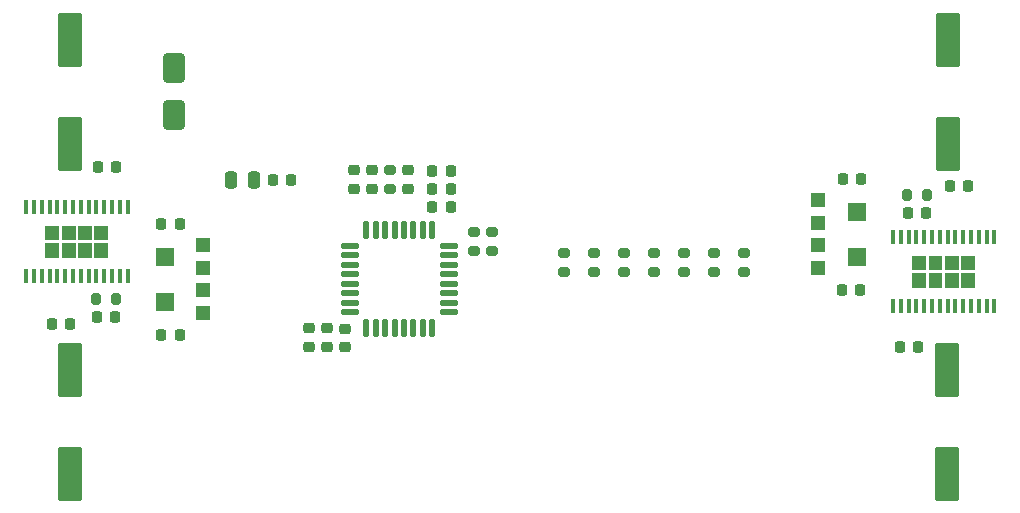
<source format=gbr>
%TF.GenerationSoftware,KiCad,Pcbnew,9.0.3*%
%TF.CreationDate,2025-10-17T11:05:45+02:00*%
%TF.ProjectId,PCB_Driver_Stepper,5043425f-4472-4697-9665-725f53746570,rev?*%
%TF.SameCoordinates,Original*%
%TF.FileFunction,Paste,Top*%
%TF.FilePolarity,Positive*%
%FSLAX46Y46*%
G04 Gerber Fmt 4.6, Leading zero omitted, Abs format (unit mm)*
G04 Created by KiCad (PCBNEW 9.0.3) date 2025-10-17 11:05:45*
%MOMM*%
%LPD*%
G01*
G04 APERTURE LIST*
G04 Aperture macros list*
%AMRoundRect*
0 Rectangle with rounded corners*
0 $1 Rounding radius*
0 $2 $3 $4 $5 $6 $7 $8 $9 X,Y pos of 4 corners*
0 Add a 4 corners polygon primitive as box body*
4,1,4,$2,$3,$4,$5,$6,$7,$8,$9,$2,$3,0*
0 Add four circle primitives for the rounded corners*
1,1,$1+$1,$2,$3*
1,1,$1+$1,$4,$5*
1,1,$1+$1,$6,$7*
1,1,$1+$1,$8,$9*
0 Add four rect primitives between the rounded corners*
20,1,$1+$1,$2,$3,$4,$5,0*
20,1,$1+$1,$4,$5,$6,$7,0*
20,1,$1+$1,$6,$7,$8,$9,0*
20,1,$1+$1,$8,$9,$2,$3,0*%
G04 Aperture macros list end*
%ADD10C,0.000000*%
%ADD11RoundRect,0.250000X-0.250000X-0.475000X0.250000X-0.475000X0.250000X0.475000X-0.250000X0.475000X0*%
%ADD12RoundRect,0.225000X-0.225000X-0.250000X0.225000X-0.250000X0.225000X0.250000X-0.225000X0.250000X0*%
%ADD13RoundRect,0.250001X0.799999X-2.049999X0.799999X2.049999X-0.799999X2.049999X-0.799999X-2.049999X0*%
%ADD14R,0.304800X1.219200*%
%ADD15RoundRect,0.225000X0.225000X0.250000X-0.225000X0.250000X-0.225000X-0.250000X0.225000X-0.250000X0*%
%ADD16RoundRect,0.225000X0.250000X-0.225000X0.250000X0.225000X-0.250000X0.225000X-0.250000X-0.225000X0*%
%ADD17RoundRect,0.250000X0.650000X-1.000000X0.650000X1.000000X-0.650000X1.000000X-0.650000X-1.000000X0*%
%ADD18R,1.200000X1.200000*%
%ADD19R,1.500000X1.600000*%
%ADD20RoundRect,0.200000X0.275000X-0.200000X0.275000X0.200000X-0.275000X0.200000X-0.275000X-0.200000X0*%
%ADD21RoundRect,0.250001X-0.799999X2.049999X-0.799999X-2.049999X0.799999X-2.049999X0.799999X2.049999X0*%
%ADD22RoundRect,0.200000X-0.275000X0.200000X-0.275000X-0.200000X0.275000X-0.200000X0.275000X0.200000X0*%
%ADD23RoundRect,0.125000X-0.125000X0.625000X-0.125000X-0.625000X0.125000X-0.625000X0.125000X0.625000X0*%
%ADD24RoundRect,0.125000X-0.625000X0.125000X-0.625000X-0.125000X0.625000X-0.125000X0.625000X0.125000X0*%
%ADD25RoundRect,0.200000X0.200000X0.275000X-0.200000X0.275000X-0.200000X-0.275000X0.200000X-0.275000X0*%
%ADD26RoundRect,0.200000X-0.200000X-0.275000X0.200000X-0.275000X0.200000X0.275000X-0.200000X0.275000X0*%
G04 APERTURE END LIST*
D10*
%TO.C,U401*%
G36*
X99212050Y-86025000D02*
G01*
X98034100Y-86025000D01*
X98034100Y-84777200D01*
X99212050Y-84777200D01*
X99212050Y-86025000D01*
G37*
G36*
X99212050Y-87472800D02*
G01*
X98034100Y-87472800D01*
X98034100Y-86225000D01*
X99212050Y-86225000D01*
X99212050Y-87472800D01*
G37*
G36*
X100590000Y-86025000D02*
G01*
X99412050Y-86025000D01*
X99412050Y-84777200D01*
X100590000Y-84777200D01*
X100590000Y-86025000D01*
G37*
G36*
X100590000Y-87472800D02*
G01*
X99412050Y-87472800D01*
X99412050Y-86225000D01*
X100590000Y-86225000D01*
X100590000Y-87472800D01*
G37*
G36*
X101967950Y-86025000D02*
G01*
X100790000Y-86025000D01*
X100790000Y-84777200D01*
X101967950Y-84777200D01*
X101967950Y-86025000D01*
G37*
G36*
X101967950Y-87472800D02*
G01*
X100790000Y-87472800D01*
X100790000Y-86225000D01*
X101967950Y-86225000D01*
X101967950Y-87472800D01*
G37*
G36*
X103345900Y-86025000D02*
G01*
X102167950Y-86025000D01*
X102167950Y-84777200D01*
X103345900Y-84777200D01*
X103345900Y-86025000D01*
G37*
G36*
X103345900Y-87472800D02*
G01*
X102167950Y-87472800D01*
X102167950Y-86225000D01*
X103345900Y-86225000D01*
X103345900Y-87472800D01*
G37*
%TO.C,U402*%
G36*
X172603450Y-88565000D02*
G01*
X171425500Y-88565000D01*
X171425500Y-87317200D01*
X172603450Y-87317200D01*
X172603450Y-88565000D01*
G37*
G36*
X172603450Y-90012800D02*
G01*
X171425500Y-90012800D01*
X171425500Y-88765000D01*
X172603450Y-88765000D01*
X172603450Y-90012800D01*
G37*
G36*
X173981400Y-88565000D02*
G01*
X172803450Y-88565000D01*
X172803450Y-87317200D01*
X173981400Y-87317200D01*
X173981400Y-88565000D01*
G37*
G36*
X173981400Y-90012800D02*
G01*
X172803450Y-90012800D01*
X172803450Y-88765000D01*
X173981400Y-88765000D01*
X173981400Y-90012800D01*
G37*
G36*
X175359350Y-88565000D02*
G01*
X174181400Y-88565000D01*
X174181400Y-87317200D01*
X175359350Y-87317200D01*
X175359350Y-88565000D01*
G37*
G36*
X175359350Y-90012800D02*
G01*
X174181400Y-90012800D01*
X174181400Y-88765000D01*
X175359350Y-88765000D01*
X175359350Y-90012800D01*
G37*
G36*
X176737300Y-88565000D02*
G01*
X175559350Y-88565000D01*
X175559350Y-87317200D01*
X176737300Y-87317200D01*
X176737300Y-88565000D01*
G37*
G36*
X176737300Y-90012800D02*
G01*
X175559350Y-90012800D01*
X175559350Y-88765000D01*
X176737300Y-88765000D01*
X176737300Y-90012800D01*
G37*
%TD*%
D11*
%TO.C,C201*%
X113771000Y-80913000D03*
X115671000Y-80913000D03*
%TD*%
D12*
%TO.C,C403*%
X107849000Y-84596000D03*
X109399000Y-84596000D03*
%TD*%
D13*
%TO.C,C411*%
X174477000Y-77825000D03*
X174477000Y-69025000D03*
%TD*%
D14*
%TO.C,U401*%
X96397400Y-89071400D03*
X97057800Y-89071400D03*
X97718200Y-89071400D03*
X98378600Y-89071400D03*
X99039000Y-89071400D03*
X99699400Y-89071400D03*
X100359800Y-89071400D03*
X101020200Y-89071400D03*
X101680600Y-89071400D03*
X102341000Y-89071400D03*
X103001400Y-89071400D03*
X103661800Y-89071400D03*
X104322200Y-89071400D03*
X104982600Y-89071400D03*
X104982600Y-83178600D03*
X104322200Y-83178600D03*
X103661800Y-83178600D03*
X103001400Y-83178600D03*
X102341000Y-83178600D03*
X101680600Y-83178600D03*
X101020200Y-83178600D03*
X100359800Y-83178600D03*
X99699400Y-83178600D03*
X99039000Y-83178600D03*
X98378600Y-83178600D03*
X97718200Y-83178600D03*
X97057800Y-83178600D03*
X96397400Y-83178600D03*
%TD*%
D15*
%TO.C,C404*%
X172585000Y-83728000D03*
X171035000Y-83728000D03*
%TD*%
D16*
%TO.C,C302*%
X123423000Y-95036000D03*
X123423000Y-93486000D03*
%TD*%
D17*
%TO.C,D201*%
X108945000Y-75420000D03*
X108945000Y-71420000D03*
%TD*%
D18*
%TO.C,RV403*%
X163480000Y-82585000D03*
D19*
X166730000Y-83585000D03*
D18*
X163480000Y-84585000D03*
%TD*%
%TO.C,RV401*%
X111380000Y-92200000D03*
D19*
X108130000Y-91200000D03*
D18*
X111380000Y-90200000D03*
%TD*%
D20*
%TO.C,R308*%
X147045000Y-88723000D03*
X147045000Y-87073000D03*
%TD*%
D12*
%TO.C,C412*%
X174591000Y-81442000D03*
X176141000Y-81442000D03*
%TD*%
D20*
%TO.C,R303*%
X135869000Y-86945000D03*
X135869000Y-85295000D03*
%TD*%
%TO.C,R310*%
X141965000Y-88723000D03*
X141965000Y-87073000D03*
%TD*%
D15*
%TO.C,C405*%
X167071000Y-80791000D03*
X165521000Y-80791000D03*
%TD*%
D21*
%TO.C,C407*%
X100142600Y-96960000D03*
X100142600Y-105760000D03*
%TD*%
D18*
%TO.C,RV404*%
X163480000Y-86395000D03*
D19*
X166730000Y-87395000D03*
D18*
X163480000Y-88395000D03*
%TD*%
D16*
%TO.C,C301*%
X128757000Y-81625000D03*
X128757000Y-80075000D03*
%TD*%
D20*
%TO.C,R305*%
X154665000Y-88723000D03*
X154665000Y-87073000D03*
%TD*%
%TO.C,R309*%
X144505000Y-88723000D03*
X144505000Y-87073000D03*
%TD*%
D12*
%TO.C,C307*%
X130802000Y-80151000D03*
X132352000Y-80151000D03*
%TD*%
D20*
%TO.C,R307*%
X149585000Y-88723000D03*
X149585000Y-87073000D03*
%TD*%
D22*
%TO.C,R302*%
X134345000Y-85295000D03*
X134345000Y-86945000D03*
%TD*%
D16*
%TO.C,C304*%
X120375000Y-95023000D03*
X120375000Y-93473000D03*
%TD*%
D23*
%TO.C,U301*%
X130795000Y-85120000D03*
X129995000Y-85120000D03*
X129195000Y-85120000D03*
X128395000Y-85120000D03*
X127595000Y-85120000D03*
X126795000Y-85120000D03*
X125995000Y-85120000D03*
X125195000Y-85120000D03*
D24*
X123820000Y-86495000D03*
X123820000Y-87295000D03*
X123820000Y-88095000D03*
X123820000Y-88895000D03*
X123820000Y-89695000D03*
X123820000Y-90495000D03*
X123820000Y-91295000D03*
X123820000Y-92095000D03*
D23*
X125195000Y-93470000D03*
X125995000Y-93470000D03*
X126795000Y-93470000D03*
X127595000Y-93470000D03*
X128395000Y-93470000D03*
X129195000Y-93470000D03*
X129995000Y-93470000D03*
X130795000Y-93470000D03*
D24*
X132170000Y-92095000D03*
X132170000Y-91295000D03*
X132170000Y-90495000D03*
X132170000Y-89695000D03*
X132170000Y-88895000D03*
X132170000Y-88095000D03*
X132170000Y-87295000D03*
X132170000Y-86495000D03*
%TD*%
D20*
%TO.C,R304*%
X157205000Y-88723000D03*
X157205000Y-87073000D03*
%TD*%
D16*
%TO.C,C309*%
X124185000Y-81625000D03*
X124185000Y-80075000D03*
%TD*%
D15*
%TO.C,C408*%
X100155600Y-93105000D03*
X98605600Y-93105000D03*
%TD*%
D20*
%TO.C,R306*%
X152125000Y-88723000D03*
X152125000Y-87073000D03*
%TD*%
D15*
%TO.C,C414*%
X171950000Y-95015000D03*
X170400000Y-95015000D03*
%TD*%
D13*
%TO.C,C409*%
X100142600Y-77820000D03*
X100142600Y-69020000D03*
%TD*%
D12*
%TO.C,C402*%
X107849000Y-93994000D03*
X109399000Y-93994000D03*
%TD*%
%TO.C,C306*%
X130802000Y-81675000D03*
X132352000Y-81675000D03*
%TD*%
D18*
%TO.C,RV402*%
X111380000Y-88390000D03*
D19*
X108130000Y-87390000D03*
D18*
X111380000Y-86390000D03*
%TD*%
D15*
%TO.C,C202*%
X118864000Y-80913000D03*
X117314000Y-80913000D03*
%TD*%
D12*
%TO.C,C410*%
X102455000Y-79770000D03*
X104005000Y-79770000D03*
%TD*%
D16*
%TO.C,C303*%
X121899000Y-95023000D03*
X121899000Y-93473000D03*
%TD*%
D21*
%TO.C,C413*%
X174350000Y-96965000D03*
X174350000Y-105765000D03*
%TD*%
D25*
%TO.C,R406*%
X172635000Y-82204000D03*
X170985000Y-82204000D03*
%TD*%
D22*
%TO.C,R301*%
X127233000Y-80025000D03*
X127233000Y-81675000D03*
%TD*%
D16*
%TO.C,C308*%
X125709000Y-81625000D03*
X125709000Y-80075000D03*
%TD*%
D26*
%TO.C,R403*%
X102341000Y-90946000D03*
X103991000Y-90946000D03*
%TD*%
D15*
%TO.C,C406*%
X167020200Y-90189000D03*
X165470200Y-90189000D03*
%TD*%
D14*
%TO.C,U402*%
X178374000Y-85718600D03*
X177713600Y-85718600D03*
X177053200Y-85718600D03*
X176392800Y-85718600D03*
X175732400Y-85718600D03*
X175072000Y-85718600D03*
X174411600Y-85718600D03*
X173751200Y-85718600D03*
X173090800Y-85718600D03*
X172430400Y-85718600D03*
X171770000Y-85718600D03*
X171109600Y-85718600D03*
X170449200Y-85718600D03*
X169788800Y-85718600D03*
X169788800Y-91611400D03*
X170449200Y-91611400D03*
X171109600Y-91611400D03*
X171770000Y-91611400D03*
X172430400Y-91611400D03*
X173090800Y-91611400D03*
X173751200Y-91611400D03*
X174411600Y-91611400D03*
X175072000Y-91611400D03*
X175732400Y-91611400D03*
X176392800Y-91611400D03*
X177053200Y-91611400D03*
X177713600Y-91611400D03*
X178374000Y-91611400D03*
%TD*%
D12*
%TO.C,C305*%
X130789000Y-83199000D03*
X132339000Y-83199000D03*
%TD*%
%TO.C,C401*%
X102391000Y-92470000D03*
X103941000Y-92470000D03*
%TD*%
M02*

</source>
